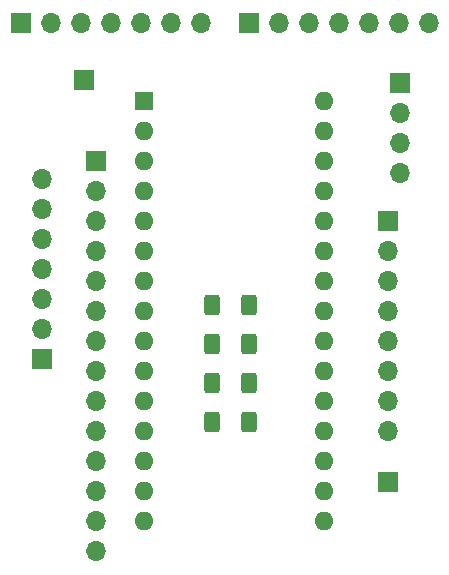
<source format=gbs>
G04 #@! TF.GenerationSoftware,KiCad,Pcbnew,7.0.10*
G04 #@! TF.CreationDate,2024-01-19T13:24:59-08:00*
G04 #@! TF.ProjectId,Jettabrain,4a657474-6162-4726-9169-6e2e6b696361,rev?*
G04 #@! TF.SameCoordinates,Original*
G04 #@! TF.FileFunction,Soldermask,Bot*
G04 #@! TF.FilePolarity,Negative*
%FSLAX46Y46*%
G04 Gerber Fmt 4.6, Leading zero omitted, Abs format (unit mm)*
G04 Created by KiCad (PCBNEW 7.0.10) date 2024-01-19 13:24:59*
%MOMM*%
%LPD*%
G01*
G04 APERTURE LIST*
G04 Aperture macros list*
%AMRoundRect*
0 Rectangle with rounded corners*
0 $1 Rounding radius*
0 $2 $3 $4 $5 $6 $7 $8 $9 X,Y pos of 4 corners*
0 Add a 4 corners polygon primitive as box body*
4,1,4,$2,$3,$4,$5,$6,$7,$8,$9,$2,$3,0*
0 Add four circle primitives for the rounded corners*
1,1,$1+$1,$2,$3*
1,1,$1+$1,$4,$5*
1,1,$1+$1,$6,$7*
1,1,$1+$1,$8,$9*
0 Add four rect primitives between the rounded corners*
20,1,$1+$1,$2,$3,$4,$5,0*
20,1,$1+$1,$4,$5,$6,$7,0*
20,1,$1+$1,$6,$7,$8,$9,0*
20,1,$1+$1,$8,$9,$2,$3,0*%
G04 Aperture macros list end*
%ADD10R,1.700000X1.700000*%
%ADD11O,1.700000X1.700000*%
%ADD12R,1.600000X1.600000*%
%ADD13O,1.600000X1.600000*%
%ADD14RoundRect,0.250000X0.400000X0.625000X-0.400000X0.625000X-0.400000X-0.625000X0.400000X-0.625000X0*%
G04 APERTURE END LIST*
D10*
X129540000Y-86614000D03*
X125984000Y-110236000D03*
D11*
X125984000Y-107696000D03*
X125984000Y-105156000D03*
X125984000Y-102616000D03*
X125984000Y-100076000D03*
X125984000Y-97536000D03*
X125984000Y-94996000D03*
D10*
X155321000Y-120650000D03*
D12*
X134620000Y-88392000D03*
D13*
X134620000Y-90932000D03*
X134620000Y-93472000D03*
X134620000Y-96012000D03*
X134620000Y-98552000D03*
X134620000Y-101092000D03*
X134620000Y-103632000D03*
X134620000Y-106172000D03*
X134620000Y-108712000D03*
X134620000Y-111252000D03*
X134620000Y-113792000D03*
X134620000Y-116332000D03*
X134620000Y-118872000D03*
X134620000Y-121412000D03*
X134620000Y-123952000D03*
X149860000Y-123952000D03*
X149860000Y-121412000D03*
X149860000Y-118872000D03*
X149860000Y-116332000D03*
X149860000Y-113792000D03*
X149860000Y-111252000D03*
X149860000Y-108712000D03*
X149860000Y-106172000D03*
X149860000Y-103632000D03*
X149860000Y-101092000D03*
X149860000Y-98552000D03*
X149860000Y-96012000D03*
X149860000Y-93472000D03*
X149860000Y-90932000D03*
X149860000Y-88392000D03*
D10*
X155321000Y-98552000D03*
D11*
X155321000Y-101092000D03*
X155321000Y-103632000D03*
X155321000Y-106172000D03*
X155321000Y-108712000D03*
X155321000Y-111252000D03*
X155321000Y-113792000D03*
X155321000Y-116332000D03*
D10*
X124206000Y-81788000D03*
D11*
X126746000Y-81788000D03*
X129286000Y-81788000D03*
X131826000Y-81788000D03*
X134366000Y-81788000D03*
X136906000Y-81788000D03*
X139446000Y-81788000D03*
D10*
X143505000Y-81788000D03*
D11*
X146045000Y-81788000D03*
X148585000Y-81788000D03*
X151125000Y-81788000D03*
X153665000Y-81788000D03*
X156205000Y-81788000D03*
X158745000Y-81788000D03*
D10*
X156280000Y-86878000D03*
D11*
X156280000Y-89418000D03*
X156280000Y-91958000D03*
X156280000Y-94498000D03*
D14*
X143510000Y-115546000D03*
X140410000Y-115546000D03*
D10*
X130556000Y-93472000D03*
D11*
X130556000Y-96012000D03*
X130556000Y-98552000D03*
X130556000Y-101092000D03*
X130556000Y-103632000D03*
X130556000Y-106172000D03*
X130556000Y-108712000D03*
X130556000Y-111252000D03*
X130556000Y-113792000D03*
X130556000Y-116332000D03*
X130556000Y-118872000D03*
X130556000Y-121412000D03*
X130556000Y-123952000D03*
X130556000Y-126492000D03*
D14*
X143510000Y-112256000D03*
X140410000Y-112256000D03*
X143510000Y-108966000D03*
X140410000Y-108966000D03*
X143510000Y-105676000D03*
X140410000Y-105676000D03*
M02*

</source>
